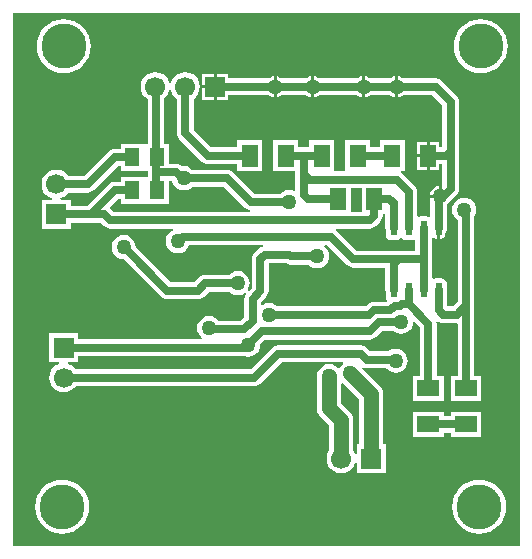
<source format=gbr>
%TF.GenerationSoftware,Altium Limited,Altium Designer,23.6.0 (18)*%
G04 Layer_Physical_Order=2*
G04 Layer_Color=16711680*
%FSLAX45Y45*%
%MOMM*%
%TF.SameCoordinates,E9F55D22-D83D-4709-9336-3143B1C0F483*%
%TF.FilePolarity,Positive*%
%TF.FileFunction,Copper,L2,Bot,Signal*%
%TF.Part,Single*%
G01*
G75*
%TA.AperFunction,SMDPad,CuDef*%
%ADD11R,1.35000X1.85000*%
%ADD12R,1.85000X1.35000*%
%TA.AperFunction,Conductor*%
%ADD16C,0.63500*%
%ADD17C,1.27000*%
%TA.AperFunction,ViaPad*%
%ADD18C,3.81000*%
%TA.AperFunction,ComponentPad*%
%ADD19R,1.70000X1.70000*%
%ADD20C,1.70000*%
%ADD21R,1.70000X1.70000*%
%TA.AperFunction,ViaPad*%
%ADD22C,1.27000*%
%TA.AperFunction,SMDPad,CuDef*%
%ADD23R,1.20000X1.50000*%
G04:AMPARAMS|DCode=24|XSize=0.55mm|YSize=1.25mm|CornerRadius=0.0495mm|HoleSize=0mm|Usage=FLASHONLY|Rotation=180.000|XOffset=0mm|YOffset=0mm|HoleType=Round|Shape=RoundedRectangle|*
%AMROUNDEDRECTD24*
21,1,0.55000,1.15100,0,0,180.0*
21,1,0.45100,1.25000,0,0,180.0*
1,1,0.09900,-0.22550,0.57550*
1,1,0.09900,0.22550,0.57550*
1,1,0.09900,0.22550,-0.57550*
1,1,0.09900,-0.22550,-0.57550*
%
%ADD24ROUNDEDRECTD24*%
G36*
X7035800Y8115300D02*
X2743200D01*
Y12623800D01*
X7035800D01*
Y8115300D01*
D02*
G37*
%LPC*%
G36*
X6705600Y12574106D02*
X6660787Y12569692D01*
X6617695Y12556621D01*
X6577982Y12535394D01*
X6543173Y12506827D01*
X6514606Y12472018D01*
X6493379Y12432305D01*
X6480308Y12389213D01*
X6475894Y12344400D01*
X6480308Y12299587D01*
X6493379Y12256495D01*
X6514606Y12216782D01*
X6543173Y12181973D01*
X6577982Y12153406D01*
X6617695Y12132179D01*
X6660787Y12119108D01*
X6705600Y12114694D01*
X6750413Y12119108D01*
X6793505Y12132179D01*
X6833218Y12153406D01*
X6868027Y12181973D01*
X6896594Y12216782D01*
X6917821Y12256495D01*
X6930892Y12299587D01*
X6935306Y12344400D01*
X6930892Y12389213D01*
X6917821Y12432305D01*
X6896594Y12472018D01*
X6868027Y12506827D01*
X6833218Y12535394D01*
X6793505Y12556621D01*
X6750413Y12569692D01*
X6705600Y12574106D01*
D02*
G37*
G36*
X3175000D02*
X3130187Y12569692D01*
X3087095Y12556621D01*
X3047382Y12535394D01*
X3012573Y12506827D01*
X2984006Y12472018D01*
X2962779Y12432305D01*
X2949708Y12389213D01*
X2945294Y12344400D01*
X2949708Y12299587D01*
X2962779Y12256495D01*
X2984006Y12216782D01*
X3012573Y12181973D01*
X3047382Y12153406D01*
X3087095Y12132179D01*
X3130187Y12119108D01*
X3175000Y12114694D01*
X3219813Y12119108D01*
X3262905Y12132179D01*
X3302618Y12153406D01*
X3337427Y12181973D01*
X3365994Y12216782D01*
X3387221Y12256495D01*
X3400292Y12299587D01*
X3404706Y12344400D01*
X3400292Y12389213D01*
X3387221Y12432305D01*
X3365994Y12472018D01*
X3337427Y12506827D01*
X3302618Y12535394D01*
X3262905Y12556621D01*
X3219813Y12569692D01*
X3175000Y12574106D01*
D02*
G37*
G36*
X5981700Y12089495D02*
X5971193Y12088112D01*
X5949566Y12079154D01*
X5940182Y12071953D01*
X5769218D01*
X5759834Y12079154D01*
X5738207Y12088112D01*
X5727700Y12089495D01*
Y12001500D01*
Y11913505D01*
X5738207Y11914888D01*
X5759834Y11923846D01*
X5769218Y11931047D01*
X5940182D01*
X5949566Y11923846D01*
X5971193Y11914888D01*
X5981700Y11913505D01*
Y12001500D01*
Y12089495D01*
D02*
G37*
G36*
X5702300D02*
X5691793Y12088112D01*
X5670166Y12079154D01*
X5660782Y12071953D01*
X5337418D01*
X5328034Y12079154D01*
X5306407Y12088112D01*
X5295900Y12089495D01*
Y12001500D01*
Y11913505D01*
X5306407Y11914888D01*
X5328034Y11923846D01*
X5337418Y11931047D01*
X5660782D01*
X5670166Y11923846D01*
X5691793Y11914888D01*
X5702300Y11913505D01*
Y12001500D01*
Y12089495D01*
D02*
G37*
G36*
X5270500D02*
X5259993Y12088112D01*
X5238366Y12079154D01*
X5228982Y12071953D01*
X5019918D01*
X5010534Y12079154D01*
X4988907Y12088112D01*
X4978400Y12089495D01*
Y12001500D01*
Y11913505D01*
X4988907Y11914888D01*
X5010534Y11923846D01*
X5019918Y11931047D01*
X5228982D01*
X5238366Y11923846D01*
X5259993Y11914888D01*
X5270500Y11913505D01*
Y12001500D01*
Y12089495D01*
D02*
G37*
G36*
X4203700Y12125662D02*
X4171564Y12121431D01*
X4141619Y12109028D01*
X4115904Y12089296D01*
X4096172Y12063581D01*
X4083769Y12033636D01*
X4083105Y12028594D01*
X4070295D01*
X4069631Y12033636D01*
X4057228Y12063581D01*
X4037496Y12089296D01*
X4011781Y12109028D01*
X3981836Y12121431D01*
X3949700Y12125662D01*
X3917564Y12121431D01*
X3887619Y12109028D01*
X3861904Y12089296D01*
X3842172Y12063581D01*
X3829769Y12033636D01*
X3825538Y12001500D01*
X3829769Y11969364D01*
X3842172Y11939419D01*
X3861904Y11913704D01*
X3887297Y11894219D01*
Y11517700D01*
X3867700D01*
Y11291500D01*
X3887297D01*
Y11237274D01*
X3867700D01*
Y11011075D01*
X4063900D01*
Y11207147D01*
X4091110D01*
X4092015Y11200277D01*
X4102252Y11175562D01*
X4118538Y11154338D01*
X4139762Y11138052D01*
X4164477Y11127815D01*
X4191000Y11124323D01*
X4217523Y11127815D01*
X4242238Y11138052D01*
X4263462Y11154338D01*
X4265004Y11156347D01*
X4530118D01*
X4712682Y10973782D01*
X4727274Y10962586D01*
X4744266Y10955548D01*
X4753343Y10954353D01*
X4752511Y10941653D01*
X3597883D01*
X3569365Y10970170D01*
X3566759Y10976922D01*
X3566230Y10984995D01*
X3634957Y11053722D01*
X3657700D01*
Y11011075D01*
X3853900D01*
Y11237274D01*
X3657700D01*
Y11194627D01*
X3605775D01*
X3587540Y11192227D01*
X3570548Y11185188D01*
X3555957Y11173992D01*
X3374418Y10992453D01*
X3234600D01*
Y11045100D01*
X3150342D01*
X3147815Y11057800D01*
X3173581Y11068472D01*
X3199296Y11088204D01*
X3212604Y11105547D01*
X3378200D01*
X3396434Y11107948D01*
X3413426Y11114986D01*
X3428018Y11126182D01*
X3635982Y11334147D01*
X3657700D01*
Y11291500D01*
X3853900D01*
Y11517700D01*
X3657700D01*
Y11475053D01*
X3606800D01*
X3588566Y11472652D01*
X3571574Y11465614D01*
X3556982Y11454418D01*
X3349018Y11246453D01*
X3212604D01*
X3199296Y11263796D01*
X3173581Y11283528D01*
X3143636Y11295931D01*
X3111500Y11300162D01*
X3079364Y11295931D01*
X3049419Y11283528D01*
X3023704Y11263796D01*
X3003972Y11238081D01*
X2991569Y11208136D01*
X2987338Y11176000D01*
X2991569Y11143864D01*
X3003972Y11113919D01*
X3023704Y11088204D01*
X3049419Y11068472D01*
X3075185Y11057800D01*
X3072658Y11045100D01*
X2988400D01*
Y10798900D01*
X3234600D01*
Y10851547D01*
X3488718D01*
X3518882Y10821382D01*
X3533474Y10810186D01*
X3550466Y10803148D01*
X3568700Y10800747D01*
X4100678D01*
X4103204Y10788047D01*
X4088962Y10782148D01*
X4067738Y10765862D01*
X4051452Y10744638D01*
X4041215Y10719923D01*
X4037723Y10693400D01*
X4041215Y10666877D01*
X4051452Y10642162D01*
X4067738Y10620938D01*
X4088962Y10604652D01*
X4113677Y10594415D01*
X4140200Y10590923D01*
X4166723Y10594415D01*
X4191438Y10604652D01*
X4212662Y10620938D01*
X4228948Y10642162D01*
X4236770Y10661047D01*
X4865908D01*
X4866741Y10648347D01*
X4857663Y10647152D01*
X4840671Y10640114D01*
X4826080Y10628918D01*
X4788882Y10591720D01*
X4777686Y10577129D01*
X4770648Y10560137D01*
X4768247Y10541902D01*
Y10297958D01*
X4740109Y10269819D01*
X4730540Y10278211D01*
X4736948Y10286562D01*
X4747185Y10311277D01*
X4750677Y10337800D01*
X4747185Y10364323D01*
X4736948Y10389038D01*
X4720662Y10410262D01*
X4699438Y10426548D01*
X4674723Y10436785D01*
X4648200Y10440277D01*
X4621677Y10436785D01*
X4596962Y10426548D01*
X4575738Y10410262D01*
X4574196Y10408253D01*
X4372908D01*
X4354674Y10405852D01*
X4337682Y10398814D01*
X4323091Y10387618D01*
X4280226Y10344753D01*
X4080483D01*
X3785146Y10640089D01*
X3785477Y10642600D01*
X3781985Y10669123D01*
X3771748Y10693838D01*
X3755462Y10715062D01*
X3734238Y10731348D01*
X3709523Y10741585D01*
X3683000Y10745077D01*
X3656477Y10741585D01*
X3631762Y10731348D01*
X3610538Y10715062D01*
X3594252Y10693838D01*
X3584015Y10669123D01*
X3580523Y10642600D01*
X3584015Y10616077D01*
X3594252Y10591362D01*
X3610538Y10570138D01*
X3631762Y10553852D01*
X3656477Y10543615D01*
X3683000Y10540123D01*
X3685511Y10540454D01*
X4001482Y10224482D01*
X4016074Y10213286D01*
X4033066Y10206248D01*
X4051300Y10203847D01*
X4309408D01*
X4327643Y10206248D01*
X4344635Y10213286D01*
X4359226Y10224482D01*
X4402091Y10267347D01*
X4574196D01*
X4575738Y10265338D01*
X4596962Y10249052D01*
X4621677Y10238815D01*
X4648200Y10235323D01*
X4674723Y10238815D01*
X4699438Y10249052D01*
X4712330Y10258944D01*
X4721387Y10249886D01*
X4714186Y10240502D01*
X4707148Y10223510D01*
X4704747Y10205275D01*
Y10049482D01*
X4676168Y10020903D01*
X4485776D01*
X4479362Y10029262D01*
X4458138Y10045548D01*
X4433423Y10055785D01*
X4406900Y10059277D01*
X4380377Y10055785D01*
X4355662Y10045548D01*
X4334438Y10029262D01*
X4318152Y10008038D01*
X4307915Y9983323D01*
X4304423Y9956800D01*
X4307915Y9930277D01*
X4318152Y9905562D01*
X4334438Y9884338D01*
X4346799Y9874853D01*
X4342488Y9862153D01*
X3298100D01*
Y9914800D01*
X3051900D01*
Y9668600D01*
X3136158D01*
X3138685Y9655900D01*
X3112919Y9645228D01*
X3087204Y9625496D01*
X3067472Y9599781D01*
X3055069Y9569836D01*
X3050838Y9537700D01*
X3055069Y9505564D01*
X3067472Y9475619D01*
X3087204Y9449904D01*
X3112919Y9430172D01*
X3142864Y9417769D01*
X3175000Y9413538D01*
X3207136Y9417769D01*
X3237081Y9430172D01*
X3262796Y9449904D01*
X3276104Y9467247D01*
X4787900D01*
X4806134Y9469648D01*
X4823126Y9476686D01*
X4837718Y9487882D01*
X5020282Y9670447D01*
X5536288D01*
X5540599Y9657747D01*
X5528238Y9648262D01*
X5511952Y9627038D01*
X5509873Y9622018D01*
X5497282Y9620361D01*
X5495362Y9622862D01*
X5474138Y9639148D01*
X5449423Y9649385D01*
X5422900Y9652877D01*
X5396377Y9649385D01*
X5371662Y9639148D01*
X5350438Y9622862D01*
X5334152Y9601638D01*
X5323915Y9576923D01*
X5320423Y9550400D01*
Y9276820D01*
X5320423Y9276818D01*
X5323915Y9250295D01*
X5334152Y9225580D01*
X5350438Y9204356D01*
X5422023Y9132771D01*
Y8920563D01*
X5416972Y8913981D01*
X5404569Y8884036D01*
X5400338Y8851900D01*
X5404569Y8819764D01*
X5416972Y8789819D01*
X5436704Y8764104D01*
X5462419Y8744372D01*
X5492364Y8731969D01*
X5524500Y8727738D01*
X5556636Y8731969D01*
X5586581Y8744372D01*
X5612296Y8764104D01*
X5632028Y8789819D01*
X5642700Y8815585D01*
X5655400Y8813058D01*
Y8728800D01*
X5901600D01*
Y8975000D01*
X5880977D01*
Y9398000D01*
X5877485Y9424523D01*
X5867248Y9449238D01*
X5850962Y9470462D01*
X5850961Y9470463D01*
X5704616Y9616808D01*
X5711810Y9627575D01*
X5725153Y9622048D01*
X5743388Y9619647D01*
X5904525D01*
X5912958Y9608658D01*
X5934181Y9592372D01*
X5958897Y9582135D01*
X5985420Y9578643D01*
X6011943Y9582135D01*
X6036658Y9592372D01*
X6057882Y9608658D01*
X6074167Y9629881D01*
X6084405Y9654597D01*
X6087897Y9681120D01*
X6084405Y9707643D01*
X6074167Y9732358D01*
X6057882Y9753582D01*
X6036658Y9769867D01*
X6011943Y9780105D01*
X5985420Y9783597D01*
X5958897Y9780105D01*
X5934181Y9769867D01*
X5922042Y9760553D01*
X5772570D01*
X5742405Y9790718D01*
X5727814Y9801914D01*
X5710822Y9808952D01*
X5692588Y9811353D01*
X4991100D01*
X4972866Y9808952D01*
X4955874Y9801914D01*
X4941282Y9790718D01*
X4758718Y9608153D01*
X3276104D01*
X3262796Y9625496D01*
X3237081Y9645228D01*
X3211315Y9655900D01*
X3213842Y9668600D01*
X3298100D01*
Y9721247D01*
X4703015D01*
X4710577Y9718115D01*
X4737100Y9714623D01*
X4763623Y9718115D01*
X4788338Y9728352D01*
X4809562Y9744638D01*
X4825848Y9765862D01*
X4836085Y9790577D01*
X4839577Y9817100D01*
X4839246Y9819611D01*
X4880582Y9860947D01*
X5767979D01*
X5786213Y9863348D01*
X5803205Y9870386D01*
X5817796Y9881582D01*
X5873361Y9937147D01*
X5964025D01*
X5980661Y9924382D01*
X6005377Y9914144D01*
X6031900Y9910653D01*
X6058423Y9914144D01*
X6083138Y9924382D01*
X6104362Y9940667D01*
X6120647Y9961891D01*
X6130885Y9986606D01*
X6133318Y10005086D01*
X6146727Y10009638D01*
X6190647Y9965718D01*
Y9554500D01*
X6130500D01*
Y9343300D01*
X6391700D01*
Y9554500D01*
X6331553D01*
Y9994900D01*
X6329334Y10011751D01*
X6332656Y10014902D01*
X6340522Y10018871D01*
X6351971Y10010086D01*
X6368963Y10003048D01*
X6387198Y10000647D01*
X6502400D01*
X6511073Y9993041D01*
Y9554500D01*
X6450926D01*
Y9343300D01*
X6712126D01*
Y9554500D01*
X6651978D01*
Y10118974D01*
Y10899573D01*
X6651326Y10904532D01*
X6654648Y10908862D01*
X6664885Y10933577D01*
X6668377Y10960100D01*
X6664885Y10986623D01*
X6654648Y11011338D01*
X6638362Y11032562D01*
X6617138Y11048848D01*
X6592423Y11059085D01*
X6565900Y11062577D01*
X6539377Y11059085D01*
X6514662Y11048848D01*
X6493438Y11032562D01*
X6477152Y11011338D01*
X6466915Y10986623D01*
X6463423Y10960100D01*
X6466915Y10933577D01*
X6477152Y10908862D01*
X6493438Y10887638D01*
X6511073Y10874106D01*
Y10179408D01*
X6473218Y10141553D01*
X6420453D01*
Y10278500D01*
X6418052Y10296735D01*
X6416443Y10300619D01*
Y10336050D01*
X6413102Y10352847D01*
X6403587Y10367087D01*
X6389347Y10376602D01*
X6372550Y10379943D01*
X6327450D01*
X6310653Y10376602D01*
X6306153Y10373595D01*
X6293453Y10380384D01*
Y10541000D01*
Y10719343D01*
X6302826Y10722999D01*
X6306153Y10723679D01*
X6315608Y10717361D01*
X6327450Y10715005D01*
X6337300D01*
Y10803500D01*
X6362700D01*
Y10715005D01*
X6372550D01*
X6384392Y10717361D01*
X6394431Y10724069D01*
X6401139Y10734108D01*
X6403494Y10745950D01*
Y10758474D01*
X6411014Y10768274D01*
X6418052Y10785266D01*
X6420453Y10803500D01*
Y11006659D01*
X6426104Y11010996D01*
X6431952Y11018617D01*
X6501418Y11088082D01*
X6512614Y11102674D01*
X6519652Y11119666D01*
X6522053Y11137900D01*
Y11454498D01*
Y11874500D01*
X6519652Y11892734D01*
X6512614Y11909726D01*
X6501418Y11924318D01*
X6374418Y12051318D01*
X6359826Y12062514D01*
X6342834Y12069552D01*
X6324600Y12071953D01*
X6048618D01*
X6039234Y12079154D01*
X6017607Y12088112D01*
X6007100Y12089495D01*
Y12001500D01*
Y11913505D01*
X6017607Y11914888D01*
X6039234Y11923846D01*
X6048618Y11931047D01*
X6295418D01*
X6381147Y11845318D01*
Y11487753D01*
X6354100D01*
Y11535200D01*
X6273900D01*
Y11417300D01*
Y11299400D01*
X6354100D01*
Y11346847D01*
X6381147D01*
Y11173043D01*
X6375400Y11167867D01*
Y11074400D01*
X6362700D01*
Y11061700D01*
X6274705D01*
X6276088Y11051193D01*
X6280201Y11041264D01*
X6279547Y11036300D01*
Y10905384D01*
X6266847Y10898595D01*
X6262347Y10901602D01*
X6245550Y10904943D01*
X6200450D01*
X6183653Y10901602D01*
X6179153Y10898595D01*
X6166453Y10905384D01*
Y11112500D01*
X6164052Y11130734D01*
X6157014Y11147726D01*
X6145818Y11162318D01*
X6044218Y11263918D01*
X6031078Y11274000D01*
X6031334Y11279065D01*
X6034634Y11286700D01*
X6061800D01*
Y11547900D01*
X5850600D01*
Y11487753D01*
X5769900D01*
Y11547900D01*
X5558700D01*
Y11297253D01*
X5558700Y11286700D01*
X5546890Y11284553D01*
X5476711D01*
X5464900Y11286700D01*
Y11547900D01*
X5253700D01*
Y11487753D01*
X5160300D01*
Y11547900D01*
X4949100D01*
Y11286700D01*
X5136548D01*
Y11123632D01*
X5123847Y11115409D01*
X5106523Y11122585D01*
X5080000Y11126077D01*
X5053477Y11122585D01*
X5028762Y11112348D01*
X5007538Y11096062D01*
X5005996Y11094053D01*
X4791682D01*
X4609118Y11276618D01*
X4594526Y11287814D01*
X4577534Y11294852D01*
X4559300Y11297253D01*
X4265004D01*
X4263462Y11299262D01*
X4242238Y11315548D01*
X4217523Y11325785D01*
X4191000Y11329277D01*
X4173305Y11326947D01*
X4172835Y11327418D01*
X4158244Y11338614D01*
X4141252Y11345652D01*
X4123017Y11348053D01*
X4063900D01*
Y11517700D01*
X4028203D01*
Y11906573D01*
X4037496Y11913704D01*
X4057228Y11939419D01*
X4069631Y11969364D01*
X4070295Y11974406D01*
X4083105D01*
X4083769Y11969364D01*
X4096172Y11939419D01*
X4115904Y11913704D01*
X4133247Y11900396D01*
Y11607800D01*
X4135648Y11589566D01*
X4142686Y11572574D01*
X4153882Y11557982D01*
X4344382Y11367482D01*
X4358974Y11356286D01*
X4375966Y11349248D01*
X4394200Y11346847D01*
X4644100D01*
Y11286700D01*
X4855300D01*
Y11547900D01*
X4644100D01*
Y11487753D01*
X4423382D01*
X4274153Y11636982D01*
Y11900396D01*
X4291496Y11913704D01*
X4311228Y11939419D01*
X4323631Y11969364D01*
X4327862Y12001500D01*
X4323631Y12033636D01*
X4311228Y12063581D01*
X4291496Y12089296D01*
X4265781Y12109028D01*
X4235836Y12121431D01*
X4203700Y12125662D01*
D02*
G37*
G36*
X4445000Y12111900D02*
X4347300D01*
Y12014200D01*
X4445000D01*
Y12111900D01*
D02*
G37*
G36*
X4568100D02*
X4470400D01*
Y12001500D01*
Y11891100D01*
X4568100D01*
Y11931047D01*
X4911482D01*
X4920866Y11923846D01*
X4942493Y11914888D01*
X4953000Y11913505D01*
Y12001500D01*
Y12089495D01*
X4942493Y12088112D01*
X4920866Y12079154D01*
X4911482Y12071953D01*
X4568100D01*
Y12111900D01*
D02*
G37*
G36*
X4445000Y11988800D02*
X4347300D01*
Y11891100D01*
X4445000D01*
Y11988800D01*
D02*
G37*
G36*
X6248500Y11535200D02*
X6168300D01*
Y11430000D01*
X6248500D01*
Y11535200D01*
D02*
G37*
G36*
Y11404600D02*
X6168300D01*
Y11299400D01*
X6248500D01*
Y11404600D01*
D02*
G37*
G36*
X6350000Y11162395D02*
X6339493Y11161012D01*
X6317866Y11152054D01*
X6299296Y11137804D01*
X6285046Y11119234D01*
X6276088Y11097607D01*
X6274705Y11087100D01*
X6350000D01*
Y11162395D01*
D02*
G37*
G36*
X6391700Y9249500D02*
X6130500D01*
Y9038300D01*
X6391700D01*
Y9073447D01*
X6450926D01*
Y9038300D01*
X6712126D01*
Y9249500D01*
X6450926D01*
Y9214353D01*
X6391700D01*
Y9249500D01*
D02*
G37*
G36*
X6692900Y8675206D02*
X6648087Y8670792D01*
X6604995Y8657721D01*
X6565282Y8636494D01*
X6530473Y8607927D01*
X6501906Y8573118D01*
X6480679Y8533405D01*
X6467608Y8490313D01*
X6463194Y8445500D01*
X6467608Y8400687D01*
X6480679Y8357595D01*
X6501906Y8317882D01*
X6530473Y8283073D01*
X6565282Y8254506D01*
X6604995Y8233279D01*
X6648087Y8220208D01*
X6692900Y8215794D01*
X6737713Y8220208D01*
X6780805Y8233279D01*
X6820518Y8254506D01*
X6855327Y8283073D01*
X6883894Y8317882D01*
X6905121Y8357595D01*
X6918192Y8400687D01*
X6922606Y8445500D01*
X6918192Y8490313D01*
X6905121Y8533405D01*
X6883894Y8573118D01*
X6855327Y8607927D01*
X6820518Y8636494D01*
X6780805Y8657721D01*
X6737713Y8670792D01*
X6692900Y8675206D01*
D02*
G37*
G36*
X3162300D02*
X3117487Y8670792D01*
X3074395Y8657721D01*
X3034682Y8636494D01*
X2999873Y8607927D01*
X2971306Y8573118D01*
X2950079Y8533405D01*
X2937008Y8490313D01*
X2932594Y8445500D01*
X2937008Y8400687D01*
X2950079Y8357595D01*
X2971306Y8317882D01*
X2999873Y8283073D01*
X3034682Y8254506D01*
X3074395Y8233279D01*
X3117487Y8220208D01*
X3162300Y8215794D01*
X3207113Y8220208D01*
X3250205Y8233279D01*
X3289918Y8254506D01*
X3324727Y8283073D01*
X3353294Y8317882D01*
X3374521Y8357595D01*
X3387592Y8400687D01*
X3392006Y8445500D01*
X3387592Y8490313D01*
X3374521Y8533405D01*
X3353294Y8573118D01*
X3324727Y8607927D01*
X3289918Y8636494D01*
X3250205Y8657721D01*
X3207113Y8670792D01*
X3162300Y8675206D01*
D02*
G37*
%LPD*%
G36*
X5698400Y10941653D02*
X5604600D01*
Y11143647D01*
X5698400D01*
Y10941653D01*
D02*
G37*
G36*
X5898547Y10803500D02*
X5900948Y10785266D01*
X5902557Y10781381D01*
Y10745950D01*
X5905898Y10729153D01*
X5915413Y10714913D01*
X5929653Y10705398D01*
X5946450Y10702057D01*
X5991550D01*
X6008347Y10705398D01*
X6022587Y10714913D01*
X6024863Y10718319D01*
X6040137D01*
X6042413Y10714913D01*
X6056653Y10705398D01*
X6073450Y10702057D01*
X6118550D01*
X6135347Y10705398D01*
X6139847Y10708405D01*
X6152547Y10701616D01*
Y10611453D01*
X5655282D01*
X5485418Y10781318D01*
X5476647Y10788047D01*
X5480959Y10800747D01*
X5766803D01*
X5785037Y10803148D01*
X5802029Y10810186D01*
X5816620Y10821382D01*
X5853818Y10858580D01*
X5865014Y10873171D01*
X5872052Y10890163D01*
X5874453Y10908398D01*
Y10920826D01*
X5898547D01*
Y10803500D01*
D02*
G37*
G36*
X5576282Y10491182D02*
X5590873Y10479986D01*
X5607865Y10472948D01*
X5626100Y10470548D01*
X5898547D01*
Y10278500D01*
X5900948Y10260266D01*
X5902557Y10256381D01*
Y10220950D01*
X5905898Y10204153D01*
X5915152Y10190303D01*
X5913698Y10187488D01*
X5908157Y10179653D01*
X5802095D01*
X5783860Y10177252D01*
X5766868Y10170214D01*
X5752277Y10159018D01*
X5734804Y10141544D01*
X4981501D01*
X4961837Y10156633D01*
X4937122Y10166870D01*
X4910599Y10170362D01*
X4884076Y10166870D01*
X4859360Y10156633D01*
X4857043Y10154855D01*
X4845653Y10160472D01*
Y10176093D01*
X4888518Y10218957D01*
X4899714Y10233549D01*
X4906752Y10250541D01*
X4909153Y10268775D01*
Y10508647D01*
X5056881D01*
X5061131Y10505386D01*
X5078123Y10498348D01*
X5096357Y10495947D01*
X5247296D01*
X5248838Y10493938D01*
X5270062Y10477652D01*
X5294777Y10467415D01*
X5321300Y10463923D01*
X5347823Y10467415D01*
X5372538Y10477652D01*
X5393762Y10493938D01*
X5410048Y10515162D01*
X5420285Y10539877D01*
X5423777Y10566400D01*
X5420285Y10592923D01*
X5410048Y10617638D01*
X5393762Y10638862D01*
X5381401Y10648347D01*
X5385712Y10661047D01*
X5406418D01*
X5576282Y10491182D01*
D02*
G37*
G36*
X5676023Y9355553D02*
Y8975000D01*
X5655400D01*
Y8890742D01*
X5642700Y8888215D01*
X5632028Y8913981D01*
X5626977Y8920563D01*
Y9175218D01*
X5623485Y9201741D01*
X5613248Y9226457D01*
X5596962Y9247680D01*
X5596961Y9247681D01*
X5525377Y9319266D01*
Y9488238D01*
X5538077Y9493499D01*
X5676023Y9355553D01*
D02*
G37*
D11*
X5664300Y11417300D02*
D03*
X5359300D02*
D03*
X5956200D02*
D03*
X6261200D02*
D03*
X5054700D02*
D03*
X4749700D02*
D03*
X5804000Y11051425D02*
D03*
X5499000D02*
D03*
D12*
X6261100Y9143900D02*
D03*
Y9448900D02*
D03*
X6581526Y9448900D02*
D03*
Y9143900D02*
D03*
D16*
X6350000Y11036300D02*
X6451600Y11137900D01*
X5054700Y11417300D02*
X5061050Y11410950D01*
X6096000Y10803500D02*
Y11112500D01*
X5379425Y11398250D02*
X5385775Y11391900D01*
X5994400Y11214100D02*
X6096000Y11112500D01*
X4762500Y11023600D02*
X5080000D01*
X4559300Y11226800D02*
X4762500Y11023600D01*
X4191000Y11226800D02*
X4559300D01*
X5244198Y11051425D02*
X5499000D01*
X5207000Y11088623D02*
Y11264900D01*
Y11088623D02*
X5244198Y11051425D01*
X3568700Y10871200D02*
X5766803D01*
X5435600Y10731500D02*
X5626100Y10541000D01*
X4202798Y10725150D02*
X4209148Y10731500D01*
X5804000Y10908398D02*
Y11051425D01*
X4209148Y10731500D02*
X5435600D01*
X5766803Y10871200D02*
X5804000Y10908398D01*
X4140200Y10693400D02*
X4157383D01*
X5096357Y10566400D02*
X5321300D01*
X4157383Y10693400D02*
X4189133Y10725150D01*
X5083657Y10579100D02*
X5096357Y10566400D01*
X4189133Y10725150D02*
X4202798D01*
X5207000Y11264900D02*
X5257800Y11214100D01*
X3517900Y10922000D02*
X3568700Y10871200D01*
X3403600Y10922000D02*
X3517900D01*
X5994400Y12001500D02*
X6324600D01*
X5715000D02*
X5994400D01*
X5283200D02*
X5715000D01*
X4965700D02*
X5283200D01*
X4457700D02*
X4965700D01*
X5664300Y11417300D02*
X5956200D01*
X4875898Y10579100D02*
X5083657D01*
X4372908Y10337800D02*
X4648200D01*
X4309408Y10274300D02*
X4372908Y10337800D01*
X4051300Y10274300D02*
X4309408D01*
X4775200Y10205275D02*
X4838700Y10268775D01*
X4775200Y10020300D02*
Y10205275D01*
X4838700Y10268775D02*
Y10541902D01*
X5976440Y9690100D02*
X5985420Y9681120D01*
X6026370Y10007600D02*
X6031900Y10013129D01*
X5743388Y9690100D02*
X5976440D01*
X6036383Y10160000D02*
X6096000D01*
X6022533Y10146150D02*
X6036383Y10160000D01*
X5844179Y10007600D02*
X6026370D01*
X5802095Y10109200D02*
X5939385D01*
X5976335Y10146150D01*
X6022533D01*
X5692588Y9740900D02*
X5743388Y9690100D01*
X5257800Y11214100D02*
X5994400D01*
X4991100Y9740900D02*
X5692588D01*
X5763986Y10071091D02*
X5802095Y10109200D01*
X4851400Y9931400D02*
X5767979D01*
X5844179Y10007600D01*
X6261100Y9448900D02*
Y9994900D01*
X6096000Y10160000D02*
X6261100Y9994900D01*
X6096000Y10160000D02*
Y10278500D01*
X4913805Y10071091D02*
X5763986D01*
X4910599Y10067885D02*
X4913805Y10071091D01*
X3683000Y10642600D02*
X4051300Y10274300D01*
X4705351Y9950451D02*
X4775200Y10020300D01*
X4838700Y10541902D02*
X4875898Y10579100D01*
X3957750Y11277600D02*
Y11993450D01*
Y11132225D02*
Y11277600D01*
X6006198Y10541000D02*
X6223000D01*
X5626100D02*
X6006198D01*
X4173817Y11226800D02*
X4191000D01*
X4123017Y11277600D02*
X4173817Y11226800D01*
X3957750Y11277600D02*
X4123017D01*
X6565900Y10960100D02*
X6578050Y10947950D01*
Y10903049D02*
Y10947950D01*
Y10903049D02*
X6581526Y10899573D01*
Y10118974D02*
Y10899573D01*
Y9448900D02*
Y10118974D01*
X6565900Y10134600D02*
X6581526Y10118974D01*
X6261100Y9143900D02*
X6581526D01*
X6261100Y9143900D02*
X6261100Y9143900D01*
X3111500Y10922000D02*
X3403600D01*
X5207000Y11341100D02*
Y11417300D01*
Y11264900D02*
Y11341100D01*
X5804000Y11051425D02*
X5931802D01*
X5969000Y10803500D02*
Y11014228D01*
X5931802Y11051425D02*
X5969000Y11014228D01*
X5207000Y11417300D02*
X5359300D01*
X5054700D02*
X5207000D01*
X6223000Y10541000D02*
Y10803500D01*
Y10278500D02*
Y10541000D01*
X5969000Y10278500D02*
Y10503803D01*
X6006198Y10541000D01*
X6387198Y10071100D02*
X6502400D01*
X6350000Y10108298D02*
Y10278500D01*
Y10108298D02*
X6387198Y10071100D01*
X6502400D02*
X6565900Y10134600D01*
X6451600Y11454498D02*
Y11874500D01*
Y11137900D02*
Y11454498D01*
X6350000Y10803500D02*
Y11036300D01*
X3606800Y11404600D02*
X3755800D01*
X3378200Y11176000D02*
X3606800Y11404600D01*
X3111500Y11176000D02*
X3378200D01*
X3605775Y11124175D02*
X3755800D01*
X3403600Y10922000D02*
X3605775Y11124175D01*
X3949700Y12001500D02*
X3957750Y11993450D01*
Y11132225D02*
X3965800Y11124175D01*
X4737100Y9817100D02*
X4851400Y9931400D01*
X4711700Y9791700D02*
X4737100Y9817100D01*
X3175000Y9537700D02*
X4787900D01*
X4991100Y9740900D01*
X3175000Y9791700D02*
X4711700D01*
X4413249Y9950451D02*
X4705351D01*
X4406900Y9956800D02*
X4413249Y9950451D01*
X5690775Y11391900D02*
X5697125Y11398250D01*
X5949850Y11410950D02*
X5956200Y11417300D01*
X4737100D02*
X4749700Y11429900D01*
X6261200Y11417300D02*
X6414402D01*
X6451600Y11454498D01*
X6324600Y12001500D02*
X6451600Y11874500D01*
X4203700Y11607800D02*
Y12001500D01*
Y11607800D02*
X4394200Y11417300D01*
X4737100D01*
X4749700D02*
Y11429900D01*
D17*
X5422900Y9276818D02*
Y9550400D01*
Y9276818D02*
X5524500Y9175218D01*
X5778500Y8851900D02*
Y9398000D01*
X5600700Y9575800D02*
X5778500Y9398000D01*
X5524500Y8851900D02*
Y9175218D01*
D18*
X6705600Y12344400D02*
D03*
X6692900Y8445500D02*
D03*
X3162300D02*
D03*
X3175000Y12344400D02*
D03*
D19*
X5778500Y8851900D02*
D03*
X4457700Y12001500D02*
D03*
D20*
X5524500Y8851900D02*
D03*
X3111500Y11176000D02*
D03*
X3949700Y12001500D02*
D03*
X4203700D02*
D03*
X3175000Y9537700D02*
D03*
D21*
X3111500Y10922000D02*
D03*
X3175000Y9791700D02*
D03*
D22*
X6362700Y11074400D02*
D03*
X5321300Y10566400D02*
D03*
X5080000Y11023600D02*
D03*
X5994400Y12001500D02*
D03*
X5715000D02*
D03*
X5283200D02*
D03*
X4965700D02*
D03*
X4648200Y10337800D02*
D03*
X6031900Y10013129D02*
D03*
X5985420Y9681120D02*
D03*
X5422900Y9550400D02*
D03*
X5600700Y9575800D02*
D03*
X3683000Y10642600D02*
D03*
X4910599Y10067885D02*
D03*
X4191000Y11226800D02*
D03*
X4140200Y10693400D02*
D03*
X6565900Y10960100D02*
D03*
X4737100Y9817100D02*
D03*
X4406900Y9956800D02*
D03*
D23*
X3755800Y11404600D02*
D03*
X3965800D02*
D03*
X3755800Y11124175D02*
D03*
X3965800D02*
D03*
D24*
X6350000Y10278500D02*
D03*
X6223000D02*
D03*
X6096000D02*
D03*
X5969000D02*
D03*
X6350000Y10803500D02*
D03*
X6223000D02*
D03*
X6096000D02*
D03*
X5969000D02*
D03*
%TF.MD5,72e6c9b5cd98e4eeda8e194c8f42dcab*%
M02*

</source>
